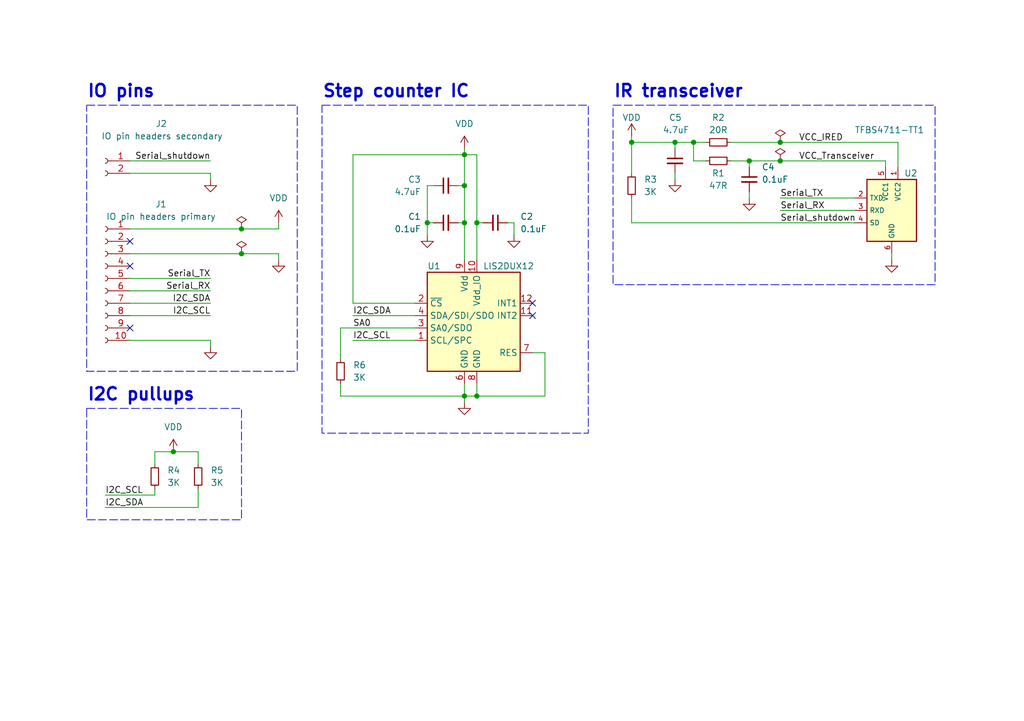
<source format=kicad_sch>
(kicad_sch (version 20230121) (generator eeschema)
  (paper "A5")
  (title_block (title "${NAME}") (date "2023-09-22") (rev "${VERSION}") (comment 1 "${TYPE} TYPE"))
  (lib_symbols
    (symbol "Connector:Conn_01x02_Socket" (pin_names (offset 1.016) hide)
      (property "Reference" "J" (at 0 2.54 0))
      (property "Value" "Conn_01x02_Socket" (at 0 -5.08 0))
      (symbol "Conn_01x02_Socket_1_1"
        (arc (start 0 -2.032) (mid -0.5058 -2.54) (end 0 -3.048) (stroke (width 0.1524)))
        (polyline (pts (xy -1.27 -2.54) (xy -0.508 -2.54)) (stroke (width 0.1524)))
        (polyline (pts (xy -1.27 0) (xy -0.508 0)) (stroke (width 0.1524)))
        (arc (start 0 0.508) (mid -0.5058 0) (end 0 -0.508) (stroke (width 0.1524)))
        (pin passive line (at -5.08 0 0) (length 3.81) (name "Pin_1") (number "1"))
        (pin passive line (at -5.08 -2.54 0) (length 3.81) (name "Pin_2") (number "2"))
      )
    )
    (symbol "Connector:Conn_01x10_Socket" (pin_names (offset 1.016) hide)
      (property "Reference" "J" (at 0 12.7 0))
      (property "Value" "Conn_01x10_Socket" (at 0 -15.24 0))
      (symbol "Conn_01x10_Socket_1_1"
        (arc (start 0 -12.192) (mid -0.5058 -12.7) (end 0 -13.208) (stroke (width 0.1524)))
        (arc (start 0 -9.652) (mid -0.5058 -10.16) (end 0 -10.668) (stroke (width 0.1524)))
        (arc (start 0 -7.112) (mid -0.5058 -7.62) (end 0 -8.128) (stroke (width 0.1524)))
        (arc (start 0 -4.572) (mid -0.5058 -5.08) (end 0 -5.588) (stroke (width 0.1524)))
        (arc (start 0 -2.032) (mid -0.5058 -2.54) (end 0 -3.048) (stroke (width 0.1524)))
        (polyline (pts (xy -1.27 -12.7) (xy -0.508 -12.7)) (stroke (width 0.1524)))
        (polyline (pts (xy -1.27 -10.16) (xy -0.508 -10.16)) (stroke (width 0.1524)))
        (polyline (pts (xy -1.27 -7.62) (xy -0.508 -7.62)) (stroke (width 0.1524)))
        (polyline (pts (xy -1.27 -5.08) (xy -0.508 -5.08)) (stroke (width 0.1524)))
        (polyline (pts (xy -1.27 -2.54) (xy -0.508 -2.54)) (stroke (width 0.1524)))
        (polyline (pts (xy -1.27 0) (xy -0.508 0)) (stroke (width 0.1524)))
        (polyline (pts (xy -1.27 2.54) (xy -0.508 2.54)) (stroke (width 0.1524)))
        (polyline (pts (xy -1.27 5.08) (xy -0.508 5.08)) (stroke (width 0.1524)))
        (polyline (pts (xy -1.27 7.62) (xy -0.508 7.62)) (stroke (width 0.1524)))
        (polyline (pts (xy -1.27 10.16) (xy -0.508 10.16)) (stroke (width 0.1524)))
        (arc (start 0 0.508) (mid -0.5058 0) (end 0 -0.508) (stroke (width 0.1524)))
        (arc (start 0 3.048) (mid -0.5058 2.54) (end 0 2.032) (stroke (width 0.1524)))
        (arc (start 0 5.588) (mid -0.5058 5.08) (end 0 4.572) (stroke (width 0.1524)))
        (arc (start 0 8.128) (mid -0.5058 7.62) (end 0 7.112) (stroke (width 0.1524)))
        (arc (start 0 10.668) (mid -0.5058 10.16) (end 0 9.652) (stroke (width 0.1524)))
        (pin passive line (at -5.08 10.16 0) (length 3.81) (name "Pin_1") (number "1"))
        (pin passive line (at -5.08 -12.7 0) (length 3.81) (name "Pin_10") (number "10"))
        (pin passive line (at -5.08 7.62 0) (length 3.81) (name "Pin_2") (number "2"))
        (pin passive line (at -5.08 5.08 0) (length 3.81) (name "Pin_3") (number "3"))
        (pin passive line (at -5.08 2.54 0) (length 3.81) (name "Pin_4") (number "4"))
        (pin passive line (at -5.08 0 0) (length 3.81) (name "Pin_5") (number "5"))
        (pin passive line (at -5.08 -2.54 0) (length 3.81) (name "Pin_6") (number "6"))
        (pin passive line (at -5.08 -5.08 0) (length 3.81) (name "Pin_7") (number "7"))
        (pin passive line (at -5.08 -7.62 0) (length 3.81) (name "Pin_8") (number "8"))
        (pin passive line (at -5.08 -10.16 0) (length 3.81) (name "Pin_9") (number "9"))
      )
    )
    (symbol "Device:C_Small" (pin_numbers hide) (pin_names (offset 0.254) hide)
      (property "Reference" "C" (at 0.254 1.778 0))
      (property "Value" "C_Small" (at 0.254 -2.032 0))
      (symbol "C_Small_0_1"
        (polyline (pts (xy -1.524 -0.508) (xy 1.524 -0.508)) (stroke (width 0.3302)))
        (polyline (pts (xy -1.524 0.508) (xy 1.524 0.508)) (stroke (width 0.3048)))
      )
      (symbol "C_Small_1_1"
        (pin passive line (at 0 2.54 270) (length 2.032) (name "~") (number "1"))
        (pin passive line (at 0 -2.54 90) (length 2.032) (name "~") (number "2"))
      )
    )
    (symbol "Device:R_Small" (pin_numbers hide) (pin_names (offset 0.254) hide)
      (property "Reference" "R" (at 0.762 0.508 0))
      (property "Value" "R_Small" (at 0.762 -1.016 0))
      (symbol "R_Small_0_1"
        (rectangle (start -0.762 1.778) (end 0.762 -1.778) (stroke (width 0.2032)))
      )
      (symbol "R_Small_1_1"
        (pin passive line (at 0 2.54 270) (length 0.762) (name "~") (number "1"))
        (pin passive line (at 0 -2.54 90) (length 0.762) (name "~") (number "2"))
      )
    )
    (symbol "LocalLibrary:LIS2DUX12"
      (property "Reference" "U" (at -6.35 11.43 0))
      (property "Value" "LIS2DUX12" (at 2.54 11.43 0))
      (symbol "LIS2DUX12_0_1"
        (rectangle (start -8.89 10.16) (end 10.16 -10.16) (stroke (width 0.254)) (fill (type background)))
      )
      (symbol "LIS2DUX12_1_1"
        (pin input line (at -11.43 -3.81 0) (length 2.54) (name "SCL/SPC") (number "1"))
        (pin power_in line (at 1.27 12.7 270) (length 2.54) (name "Vdd_IO") (number "10"))
        (pin output line (at 12.7 1.27 180) (length 2.54) (name "INT2") (number "11"))
        (pin output line (at 12.7 3.81 180) (length 2.54) (name "INT1") (number "12"))
        (pin input line (at -11.43 3.81 0) (length 2.54) (name "~{CS}") (number "2"))
        (pin bidirectional line (at -11.43 -1.27 0) (length 2.54) (name "SA0/SDO") (number "3"))
        (pin bidirectional line (at -11.43 1.27 0) (length 2.54) (name "SDA/SDI/SDO") (number "4"))
        (pin no_connect line (at 12.7 -2.54 180) (length 2.54) hide (name "NC") (number "5"))
        (pin power_in line (at -1.27 -12.7 90) (length 2.54) (name "GND") (number "6"))
        (pin passive line (at 12.7 -6.35 180) (length 2.54) (name "RES") (number "7"))
        (pin power_in line (at 1.27 -12.7 90) (length 2.54) (name "GND") (number "8"))
        (pin power_in line (at -1.27 12.7 270) (length 2.54) (name "Vdd") (number "9"))
      )
    )
    (symbol "LocalLibrary:TFBS4711-TT1"
      (property "Reference" "U" (at -5.08 7.62 0))
      (property "Value" "TFBS4711-TT1" (at 10.16 7.62 0))
      (symbol "TFBS4711-TT1_1_1"
        (rectangle (start -5.08 6.35) (end 5.08 -6.35) (stroke (width 0.254)) (fill (type background)))
        (pin power_in line (at 1.27 8.89 270) (length 2.54) (name "VCC2") (number "1"))
        (pin input line (at -7.62 2.54 0) (length 2.54) (name "TXD") (number "2"))
        (pin output line (at -7.62 0 0) (length 2.54) (name "RXD") (number "3"))
        (pin input line (at -7.62 -2.54 0) (length 2.54) (name "SD") (number "4"))
        (pin power_in line (at -1.27 8.89 270) (length 2.54) (name "VCC1") (number "5"))
        (pin power_in line (at 0 -8.89 90) (length 2.54) (name "GND") (number "6"))
      )
    )
    (symbol "power:GND" (power) (pin_names (offset 0))
      (property "Value" "GND" (at 0 -3.81 0))
      (symbol "GND_0_1"
        (polyline (pts (xy 0 0) (xy 0 -1.27) (xy 1.27 -1.27) (xy 0 -2.54) (xy -1.27 -1.27) (xy 0 -1.27)))
      )
      (symbol "GND_1_1"
        (pin power_in line (at 0 0 270) (length 0) hide (name "GND") (number "1"))
      )
    )
    (symbol "power:PWR_FLAG" (power) (pin_numbers hide) (pin_names (offset 0) hide)
      (property "Value" "PWR_FLAG" (at 0 3.81 0))
      (symbol "PWR_FLAG_0_0"
        (pin power_out line (at 0 0 90) (length 0) (name "pwr") (number "1"))
      )
      (symbol "PWR_FLAG_0_1"
        (polyline (pts (xy 0 0) (xy 0 1.27) (xy -1.016 1.905) (xy 0 2.54) (xy 1.016 1.905) (xy 0 1.27)))
      )
    )
    (symbol "power:VDD" (power) (pin_names (offset 0))
      (property "Value" "VDD" (at 0 3.81 0))
      (symbol "VDD_0_1"
        (polyline (pts (xy -0.762 1.27) (xy 0 2.54)))
        (polyline (pts (xy 0 0) (xy 0 2.54)))
        (polyline (pts (xy 0 2.54) (xy 0.762 1.27)))
      )
      (symbol "VDD_1_1"
        (pin power_in line (at 0 0 90) (length 0) hide (name "VDD") (number "1"))
      )
    )
  )
  (junction (at 49.53 52.07))
  (junction (at 138.43 29.21))
  (junction (at 35.56 92.71))
  (junction (at 160.02 29.21))
  (junction (at 97.79 45.72))
  (junction (at 153.67 33.02))
  (junction (at 97.79 81.28))
  (junction (at 95.25 81.28))
  (junction (at 129.54 29.21))
  (junction (at 95.25 31.75))
  (junction (at 95.25 45.72))
  (junction (at 49.53 46.99))
  (junction (at 87.63 45.72))
  (junction (at 142.24 29.21))
  (junction (at 160.02 33.02))
  (junction (at 95.25 38.1))
  (no_connect (at 26.67 67.31))
  (no_connect (at 109.22 62.23))
  (no_connect (at 26.67 49.53))
  (no_connect (at 109.22 64.77))
  (no_connect (at 26.67 54.61))
  (wire (pts (xy 97.79 81.28) (xy 97.79 78.74)))
  (wire (pts (xy 95.25 30.48) (xy 95.25 31.75)))
  (wire (pts (xy 129.54 29.21) (xy 138.43 29.21)))
  (wire (pts (xy 153.67 40.64) (xy 153.67 39.37)))
  (wire (pts (xy 129.54 45.72) (xy 129.54 40.64)))
  (wire (pts (xy 26.67 35.56) (xy 43.18 35.56)))
  (wire (pts (xy 26.67 46.99) (xy 49.53 46.99)))
  (wire (pts (xy 93.98 45.72) (xy 95.25 45.72)))
  (wire (pts (xy 26.67 64.77) (xy 43.18 64.77)))
  (wire (pts (xy 85.09 69.85) (xy 72.39 69.85)))
  (wire (pts (xy 69.85 78.74) (xy 69.85 81.28)))
  (wire (pts (xy 93.98 38.1) (xy 95.25 38.1)))
  (wire (pts (xy 129.54 29.21) (xy 129.54 35.56)))
  (wire (pts (xy 95.25 38.1) (xy 95.25 45.72)))
  (wire (pts (xy 160.02 43.18) (xy 175.26 43.18)))
  (wire (pts (xy 95.25 81.28) (xy 95.25 78.74)))
  (wire (pts (xy 43.18 33.02) (xy 26.67 33.02)))
  (wire (pts (xy 57.15 53.34) (xy 57.15 52.07)))
  (wire (pts (xy 21.59 104.14) (xy 40.64 104.14)))
  (wire (pts (xy 26.67 59.69) (xy 43.18 59.69)))
  (wire (pts (xy 35.56 92.71) (xy 40.64 92.71)))
  (wire (pts (xy 40.64 100.33) (xy 40.64 104.14)))
  (wire (pts (xy 31.75 101.6) (xy 31.75 100.33)))
  (wire (pts (xy 160.02 33.02) (xy 181.61 33.02)))
  (wire (pts (xy 111.76 72.39) (xy 109.22 72.39)))
  (wire (pts (xy 31.75 92.71) (xy 31.75 95.25)))
  (wire (pts (xy 105.41 45.72) (xy 105.41 48.26)))
  (wire (pts (xy 144.78 29.21) (xy 142.24 29.21)))
  (wire (pts (xy 138.43 36.83) (xy 138.43 35.56)))
  (wire (pts (xy 99.06 45.72) (xy 97.79 45.72)))
  (wire (pts (xy 95.25 45.72) (xy 95.25 53.34)))
  (wire (pts (xy 72.39 31.75) (xy 95.25 31.75)))
  (wire (pts (xy 57.15 46.99) (xy 57.15 45.72)))
  (wire (pts (xy 72.39 64.77) (xy 85.09 64.77)))
  (wire (pts (xy 149.86 33.02) (xy 153.67 33.02)))
  (wire (pts (xy 184.15 29.21) (xy 184.15 34.29)))
  (wire (pts (xy 69.85 67.31) (xy 85.09 67.31)))
  (wire (pts (xy 72.39 62.23) (xy 72.39 31.75)))
  (wire (pts (xy 95.25 81.28) (xy 97.79 81.28)))
  (wire (pts (xy 111.76 72.39) (xy 111.76 81.28)))
  (wire (pts (xy 87.63 45.72) (xy 88.9 45.72)))
  (wire (pts (xy 95.25 31.75) (xy 97.79 31.75)))
  (wire (pts (xy 160.02 40.64) (xy 175.26 40.64)))
  (wire (pts (xy 142.24 33.02) (xy 144.78 33.02)))
  (wire (pts (xy 138.43 30.48) (xy 138.43 29.21)))
  (wire (pts (xy 105.41 45.72) (xy 104.14 45.72)))
  (wire (pts (xy 181.61 33.02) (xy 181.61 34.29)))
  (wire (pts (xy 26.67 57.15) (xy 43.18 57.15)))
  (wire (pts (xy 153.67 34.29) (xy 153.67 33.02)))
  (wire (pts (xy 69.85 67.31) (xy 69.85 73.66)))
  (wire (pts (xy 69.85 81.28) (xy 95.25 81.28)))
  (wire (pts (xy 160.02 29.21) (xy 184.15 29.21)))
  (wire (pts (xy 149.86 29.21) (xy 160.02 29.21)))
  (wire (pts (xy 95.25 82.55) (xy 95.25 81.28)))
  (wire (pts (xy 87.63 45.72) (xy 87.63 48.26)))
  (wire (pts (xy 111.76 81.28) (xy 97.79 81.28)))
  (wire (pts (xy 57.15 46.99) (xy 49.53 46.99)))
  (wire (pts (xy 129.54 27.94) (xy 129.54 29.21)))
  (wire (pts (xy 57.15 52.07) (xy 49.53 52.07)))
  (wire (pts (xy 97.79 45.72) (xy 97.79 53.34)))
  (wire (pts (xy 97.79 31.75) (xy 97.79 45.72)))
  (wire (pts (xy 21.59 101.6) (xy 31.75 101.6)))
  (wire (pts (xy 87.63 38.1) (xy 88.9 38.1)))
  (wire (pts (xy 95.25 31.75) (xy 95.25 38.1)))
  (wire (pts (xy 182.88 53.34) (xy 182.88 52.07)))
  (wire (pts (xy 72.39 62.23) (xy 85.09 62.23)))
  (wire (pts (xy 129.54 45.72) (xy 175.26 45.72)))
  (wire (pts (xy 26.67 69.85) (xy 43.18 69.85)))
  (wire (pts (xy 87.63 38.1) (xy 87.63 45.72)))
  (wire (pts (xy 142.24 29.21) (xy 142.24 33.02)))
  (wire (pts (xy 43.18 35.56) (xy 43.18 36.83)))
  (wire (pts (xy 153.67 33.02) (xy 160.02 33.02)))
  (wire (pts (xy 43.18 69.85) (xy 43.18 71.12)))
  (wire (pts (xy 138.43 29.21) (xy 142.24 29.21)))
  (wire (pts (xy 26.67 52.07) (xy 49.53 52.07)))
  (wire (pts (xy 40.64 95.25) (xy 40.64 92.71)))
  (wire (pts (xy 31.75 92.71) (xy 35.56 92.71)))
  (wire (pts (xy 26.67 62.23) (xy 43.18 62.23)))
  (rectangle (start 17.78 21.59) (end 60.96 76.2) (stroke (width 0) (type dash)))
  (rectangle (start 17.78 83.82) (end 49.53 106.68) (stroke (width 0) (type dash)))
  (rectangle (start 66.04 21.59) (end 120.65 88.9) (stroke (width 0) (type dash)))
  (rectangle (start 125.73 21.59) (end 191.77 58.42) (stroke (width 0) (type dash)))
  (text "IR transceiver" (at 125.73 20.32 0) (effects (font (size 2.5 2.5) (thickness 0.5) bold) (justify left bottom)))
  (text "I2C pullups" (at 17.78 82.55 0) (effects (font (size 2.5 2.5) (thickness 0.5) bold) (justify left bottom)))
  (text "IO pins" (at 17.78 20.32 0) (effects (font (size 2.5 2.5) (thickness 0.5) bold) (justify left bottom)))
  (text "Step counter IC" (at 66.04 20.32 0) (effects (font (size 2.5 2.5) (thickness 0.5) bold) (justify left bottom)))
  (label "I2C_SCL" (at 21.59 101.6 0))
  (label "Serial_RX" (at 43.18 59.69 180))
  (label "Serial_shutdown" (at 160.02 45.72 0))
  (label "VCC_IRED" (at 163.83 29.21 0))
  (label "I2C_SDA" (at 43.18 62.23 180))
  (label "Serial_RX" (at 160.02 43.18 0))
  (label "I2C_SCL" (at 43.18 64.77 180))
  (label "Serial_shutdown" (at 43.18 33.02 180))
  (label "Serial_TX" (at 43.18 57.15 180))
  (label "I2C_SDA" (at 72.39 64.77 0))
  (label "I2C_SDA" (at 21.59 104.14 0))
  (label "SA0" (at 72.39 67.31 0))
  (label "VCC_Transceiver" (at 163.83 33.02 0))
  (label "Serial_TX" (at 160.02 40.64 0))
  (label "I2C_SCL" (at 72.39 69.85 0))
  (symbol (lib_id "power:GND") (at 182.88 53.34 0) (unit 1)
    (property "Reference" "#PWR012" (effects hide))
    (property "Value" "GND" (effects hide))
  )
  (symbol (lib_id "Device:C_Small") (at 101.6 45.72 270) (unit 1)
    (property "Reference" "C2" (at 106.68 44.45 90) (effects (justify left)))
    (property "Value" "0.1uF" (at 106.68 46.99 90) (effects (justify left)))
    (property "Footprint" "Capacitor_SMD:C_0402_1005Metric" (effects hide))
  )
  (symbol (lib_id "power:GND") (at 105.41 48.26 0) (unit 1)
    (property "Reference" "#PWR04" (effects hide))
    (property "Value" "GND" (effects hide))
  )
  (symbol (lib_id "power:VDD") (at 35.56 92.71 0) (unit 1)
    (property "Reference" "#PWR07" (effects hide))
    (property "Value" "VDD" (at 35.56 87.63 0))
  )
  (symbol (lib_id "power:GND") (at 57.15 53.34 0) (unit 1)
    (property "Reference" "#PWR06" (effects hide))
    (property "Value" "GND" (effects hide))
  )
  (symbol (lib_id "LocalLibrary:LIS2DUX12") (at 96.52 66.04 0) (unit 1)
    (property "Reference" "U1" (at 87.63 54.61 0) (effects (justify left)))
    (property "Value" "LIS2DUX12" (at 99.06 54.61 0) (effects (justify left)))
    (property "Footprint" "Package_LGA:LGA-12_2x2mm_P0.5mm" (effects hide))
    (property "Datasheet" "www.st.com/resource/en/datasheet/lis2dux12.pdf" (effects hide))
  )
  (symbol (lib_id "Device:R_Small") (at 147.32 33.02 90) (unit 1)
    (property "Reference" "R1" (at 147.32 35.56 90))
    (property "Value" "47R" (at 147.32 38.1 90))
    (property "Footprint" "Resistor_SMD:R_0603_1608Metric" (effects hide))
  )
  (symbol (lib_id "power:VDD") (at 129.54 27.94 0) (unit 1)
    (property "Reference" "#PWR09" (effects hide))
    (property "Value" "VDD" (at 129.54 24.13 0))
  )
  (symbol (lib_id "power:GND") (at 153.67 40.64 0) (unit 1)
    (property "Reference" "#PWR014" (effects hide))
    (property "Value" "GND" (effects hide))
  )
  (symbol (lib_id "power:GND") (at 43.18 36.83 0) (unit 1)
    (property "Reference" "#PWR010" (effects hide))
    (property "Value" "GND" (effects hide))
  )
  (symbol (lib_id "Device:R_Small") (at 40.64 97.79 0) (unit 1)
    (property "Reference" "R5" (at 43.18 96.52 0) (effects (justify left)))
    (property "Value" "3K" (at 43.18 99.06 0) (effects (justify left)))
    (property "Footprint" "Resistor_SMD:R_0402_1005Metric" (effects hide))
  )
  (symbol (lib_id "power:GND") (at 95.25 82.55 0) (unit 1)
    (property "Reference" "#PWR01" (effects hide))
    (property "Value" "GND" (effects hide))
  )
  (symbol (lib_id "power:VDD") (at 95.25 30.48 0) (unit 1)
    (property "Reference" "#PWR02" (effects hide))
    (property "Value" "VDD" (at 95.25 25.4 0))
  )
  (symbol (lib_id "Device:C_Small") (at 138.43 33.02 0) (unit 1)
    (property "Reference" "C5" (at 137.16 24.13 0) (effects (justify left)))
    (property "Value" "4.7uF" (at 135.89 26.67 0) (effects (justify left)))
    (property "Footprint" "Capacitor_SMD:C_0603_1608Metric" (effects hide))
  )
  (symbol (lib_id "power:VDD") (at 57.15 45.72 0) (unit 1)
    (property "Reference" "#PWR05" (effects hide))
    (property "Value" "VDD" (at 57.15 40.64 0))
  )
  (symbol (lib_id "power:GND") (at 138.43 36.83 0) (unit 1)
    (property "Reference" "#PWR013" (effects hide))
    (property "Value" "GND" (effects hide))
  )
  (symbol (lib_id "Connector:Conn_01x02_Socket") (at 21.59 33.02 0) (mirror y) (unit 1)
    (property "Reference" "J2" (at 34.29 25.4 0) (effects (justify left)))
    (property "Value" "IO pin headers secondary" (at 45.72 27.94 0) (effects (justify left)))
    (property "Footprint" "Connector_PinHeader_2.54mm:PinHeader_1x02_P2.54mm_Vertical" (effects hide))
  )
  (symbol (lib_id "power:PWR_FLAG") (at 49.53 52.07 0) (unit 1)
    (property "Reference" "#FLG02" (effects hide))
    (property "Value" "PWR_FLAG" (effects hide))
  )
  (symbol (lib_id "Connector:Conn_01x10_Socket") (at 21.59 57.15 0) (mirror y) (unit 1)
    (property "Reference" "J1" (at 33.02 41.91 0))
    (property "Value" "IO pin headers primary" (at 33.02 44.45 0))
    (property "Footprint" "Connector_PinHeader_2.54mm:PinHeader_1x10_P2.54mm_Vertical" (effects hide))
  )
  (symbol (lib_id "Device:R_Small") (at 69.85 76.2 0) (unit 1)
    (property "Reference" "R6" (at 72.39 74.93 0) (effects (justify left)))
    (property "Value" "3K" (at 72.39 77.47 0) (effects (justify left)))
    (property "Footprint" "Resistor_SMD:R_0402_1005Metric" (effects hide))
  )
  (symbol (lib_id "Device:C_Small") (at 91.44 38.1 90) (unit 1)
    (property "Reference" "C3" (at 86.36 36.83 90) (effects (justify left)))
    (property "Value" "4.7uF" (at 86.36 39.37 90) (effects (justify left)))
    (property "Footprint" "Capacitor_SMD:C_0603_1608Metric" (effects hide))
  )
  (symbol (lib_id "power:GND") (at 87.63 48.26 0) (unit 1)
    (property "Reference" "#PWR03" (effects hide))
    (property "Value" "GND" (effects hide))
  )
  (symbol (lib_id "Device:R_Small") (at 31.75 97.79 0) (unit 1)
    (property "Reference" "R4" (at 34.29 96.52 0) (effects (justify left)))
    (property "Value" "3K" (at 34.29 99.06 0) (effects (justify left)))
    (property "Footprint" "Resistor_SMD:R_0402_1005Metric" (effects hide))
  )
  (symbol (lib_id "power:PWR_FLAG") (at 160.02 33.02 0) (unit 1)
    (property "Reference" "#FLG04" (effects hide))
    (property "Value" "PWR_FLAG" (effects hide))
  )
  (symbol (lib_id "power:PWR_FLAG") (at 49.53 46.99 0) (unit 1)
    (property "Reference" "#FLG01" (effects hide))
    (property "Value" "PWR_FLAG" (effects hide))
  )
  (symbol (lib_id "Device:C_Small") (at 91.44 45.72 90) (unit 1)
    (property "Reference" "C1" (at 86.36 44.45 90) (effects (justify left)))
    (property "Value" "0.1uF" (at 86.36 46.99 90) (effects (justify left)))
    (property "Footprint" "Capacitor_SMD:C_0402_1005Metric" (effects hide))
  )
  (symbol (lib_id "LocalLibrary:TFBS4711-TT1") (at 182.88 43.18 0) (unit 1)
    (property "Reference" "U2" (at 185.42 35.56 0) (effects (justify left)))
    (property "Value" "TFBS4711-TT1" (at 175.26 26.67 0) (effects (justify left)))
    (property "Footprint" "LocalLibrary:TFBS4711-TT1" (effects hide))
    (property "Datasheet" "https://www.vishay.com/docs/82633/tfbs4711.pdf" (effects hide))
  )
  (symbol (lib_id "power:GND") (at 43.18 71.12 0) (unit 1)
    (property "Reference" "#PWR011" (effects hide))
    (property "Value" "GND" (effects hide))
  )
  (symbol (lib_id "Device:C_Small") (at 153.67 36.83 0) (unit 1)
    (property "Reference" "C4" (at 156.21 34.29 0) (effects (justify left)))
    (property "Value" "0.1uF" (at 156.21 36.83 0) (effects (justify left)))
    (property "Footprint" "Capacitor_SMD:C_0402_1005Metric" (effects hide))
  )
  (symbol (lib_id "Device:R_Small") (at 129.54 38.1 0) (unit 1)
    (property "Reference" "R3" (at 132.08 36.83 0) (effects (justify left)))
    (property "Value" "3K" (at 132.08 39.37 0) (effects (justify left)))
    (property "Footprint" "Resistor_SMD:R_0402_1005Metric" (effects hide))
  )
  (symbol (lib_id "Device:R_Small") (at 147.32 29.21 90) (unit 1)
    (property "Reference" "R2" (at 147.32 24.13 90))
    (property "Value" "20R" (at 147.32 26.67 90))
    (property "Footprint" "Resistor_SMD:R_1206_3216Metric" (effects hide))
  )
  (symbol (lib_id "power:PWR_FLAG") (at 160.02 29.21 0) (unit 1)
    (property "Reference" "#FLG03" (effects hide))
    (property "Value" "PWR_FLAG" (effects hide))
  )
)
</source>
